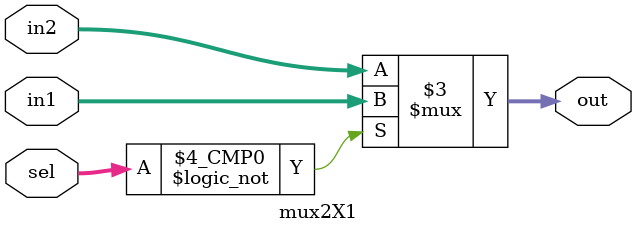
<source format=v>
module mux2X1 (
    output   reg    [31:0]   out,
    input    wire   [31:0]   in1, in2,
    input    wire   [1:0]    sel
);

always @(*)
    begin
        case (sel)
            2'b00 : out = in1;
            default : out = in2;
        endcase 
    end

endmodule
</source>
